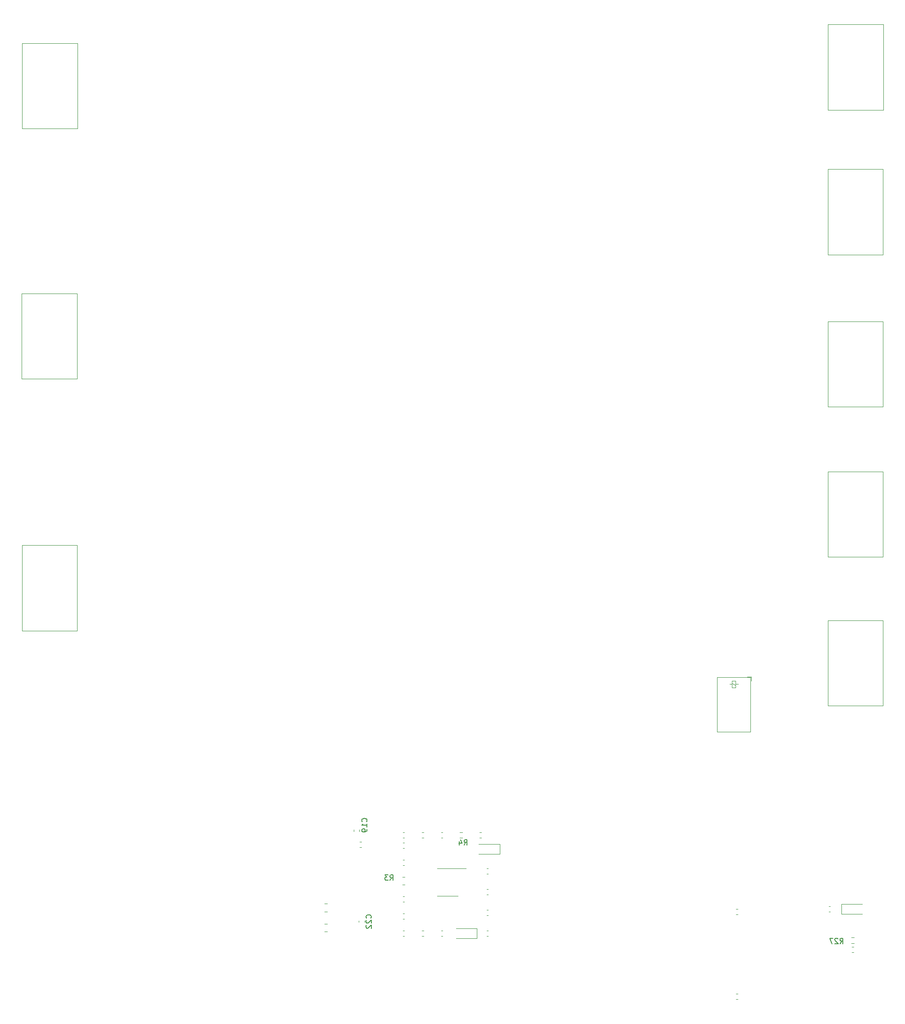
<source format=gbr>
%TF.GenerationSoftware,KiCad,Pcbnew,7.0.10*%
%TF.CreationDate,2024-02-14T22:06:42+09:00*%
%TF.ProjectId,crimping_machine,6372696d-7069-46e6-975f-6d616368696e,rev?*%
%TF.SameCoordinates,Original*%
%TF.FileFunction,Legend,Bot*%
%TF.FilePolarity,Positive*%
%FSLAX46Y46*%
G04 Gerber Fmt 4.6, Leading zero omitted, Abs format (unit mm)*
G04 Created by KiCad (PCBNEW 7.0.10) date 2024-02-14 22:06:42*
%MOMM*%
%LPD*%
G01*
G04 APERTURE LIST*
%ADD10C,0.150000*%
%ADD11C,0.100000*%
%ADD12C,0.120000*%
G04 APERTURE END LIST*
D10*
X-364417142Y-102844819D02*
X-364083809Y-102368628D01*
X-363845714Y-102844819D02*
X-363845714Y-101844819D01*
X-363845714Y-101844819D02*
X-364226666Y-101844819D01*
X-364226666Y-101844819D02*
X-364321904Y-101892438D01*
X-364321904Y-101892438D02*
X-364369523Y-101940057D01*
X-364369523Y-101940057D02*
X-364417142Y-102035295D01*
X-364417142Y-102035295D02*
X-364417142Y-102178152D01*
X-364417142Y-102178152D02*
X-364369523Y-102273390D01*
X-364369523Y-102273390D02*
X-364321904Y-102321009D01*
X-364321904Y-102321009D02*
X-364226666Y-102368628D01*
X-364226666Y-102368628D02*
X-363845714Y-102368628D01*
X-364798095Y-101940057D02*
X-364845714Y-101892438D01*
X-364845714Y-101892438D02*
X-364940952Y-101844819D01*
X-364940952Y-101844819D02*
X-365179047Y-101844819D01*
X-365179047Y-101844819D02*
X-365274285Y-101892438D01*
X-365274285Y-101892438D02*
X-365321904Y-101940057D01*
X-365321904Y-101940057D02*
X-365369523Y-102035295D01*
X-365369523Y-102035295D02*
X-365369523Y-102130533D01*
X-365369523Y-102130533D02*
X-365321904Y-102273390D01*
X-365321904Y-102273390D02*
X-364750476Y-102844819D01*
X-364750476Y-102844819D02*
X-365369523Y-102844819D01*
X-365702857Y-101844819D02*
X-366369523Y-101844819D01*
X-366369523Y-101844819D02*
X-365940952Y-102844819D01*
X-448933333Y-90954819D02*
X-448600000Y-90478628D01*
X-448361905Y-90954819D02*
X-448361905Y-89954819D01*
X-448361905Y-89954819D02*
X-448742857Y-89954819D01*
X-448742857Y-89954819D02*
X-448838095Y-90002438D01*
X-448838095Y-90002438D02*
X-448885714Y-90050057D01*
X-448885714Y-90050057D02*
X-448933333Y-90145295D01*
X-448933333Y-90145295D02*
X-448933333Y-90288152D01*
X-448933333Y-90288152D02*
X-448885714Y-90383390D01*
X-448885714Y-90383390D02*
X-448838095Y-90431009D01*
X-448838095Y-90431009D02*
X-448742857Y-90478628D01*
X-448742857Y-90478628D02*
X-448361905Y-90478628D01*
X-449266667Y-89954819D02*
X-449885714Y-89954819D01*
X-449885714Y-89954819D02*
X-449552381Y-90335771D01*
X-449552381Y-90335771D02*
X-449695238Y-90335771D01*
X-449695238Y-90335771D02*
X-449790476Y-90383390D01*
X-449790476Y-90383390D02*
X-449838095Y-90431009D01*
X-449838095Y-90431009D02*
X-449885714Y-90526247D01*
X-449885714Y-90526247D02*
X-449885714Y-90764342D01*
X-449885714Y-90764342D02*
X-449838095Y-90859580D01*
X-449838095Y-90859580D02*
X-449790476Y-90907200D01*
X-449790476Y-90907200D02*
X-449695238Y-90954819D01*
X-449695238Y-90954819D02*
X-449409524Y-90954819D01*
X-449409524Y-90954819D02*
X-449314286Y-90907200D01*
X-449314286Y-90907200D02*
X-449266667Y-90859580D01*
X-453340419Y-79957142D02*
X-453292800Y-79909523D01*
X-453292800Y-79909523D02*
X-453245180Y-79766666D01*
X-453245180Y-79766666D02*
X-453245180Y-79671428D01*
X-453245180Y-79671428D02*
X-453292800Y-79528571D01*
X-453292800Y-79528571D02*
X-453388038Y-79433333D01*
X-453388038Y-79433333D02*
X-453483276Y-79385714D01*
X-453483276Y-79385714D02*
X-453673752Y-79338095D01*
X-453673752Y-79338095D02*
X-453816609Y-79338095D01*
X-453816609Y-79338095D02*
X-454007085Y-79385714D01*
X-454007085Y-79385714D02*
X-454102323Y-79433333D01*
X-454102323Y-79433333D02*
X-454197561Y-79528571D01*
X-454197561Y-79528571D02*
X-454245180Y-79671428D01*
X-454245180Y-79671428D02*
X-454245180Y-79766666D01*
X-454245180Y-79766666D02*
X-454197561Y-79909523D01*
X-454197561Y-79909523D02*
X-454149942Y-79957142D01*
X-453245180Y-80909523D02*
X-453245180Y-80338095D01*
X-453245180Y-80623809D02*
X-454245180Y-80623809D01*
X-454245180Y-80623809D02*
X-454102323Y-80528571D01*
X-454102323Y-80528571D02*
X-454007085Y-80433333D01*
X-454007085Y-80433333D02*
X-453959466Y-80338095D01*
X-453245180Y-81385714D02*
X-453245180Y-81576190D01*
X-453245180Y-81576190D02*
X-453292800Y-81671428D01*
X-453292800Y-81671428D02*
X-453340419Y-81719047D01*
X-453340419Y-81719047D02*
X-453483276Y-81814285D01*
X-453483276Y-81814285D02*
X-453673752Y-81861904D01*
X-453673752Y-81861904D02*
X-454054704Y-81861904D01*
X-454054704Y-81861904D02*
X-454149942Y-81814285D01*
X-454149942Y-81814285D02*
X-454197561Y-81766666D01*
X-454197561Y-81766666D02*
X-454245180Y-81671428D01*
X-454245180Y-81671428D02*
X-454245180Y-81480952D01*
X-454245180Y-81480952D02*
X-454197561Y-81385714D01*
X-454197561Y-81385714D02*
X-454149942Y-81338095D01*
X-454149942Y-81338095D02*
X-454054704Y-81290476D01*
X-454054704Y-81290476D02*
X-453816609Y-81290476D01*
X-453816609Y-81290476D02*
X-453721371Y-81338095D01*
X-453721371Y-81338095D02*
X-453673752Y-81385714D01*
X-453673752Y-81385714D02*
X-453626133Y-81480952D01*
X-453626133Y-81480952D02*
X-453626133Y-81671428D01*
X-453626133Y-81671428D02*
X-453673752Y-81766666D01*
X-453673752Y-81766666D02*
X-453721371Y-81814285D01*
X-453721371Y-81814285D02*
X-453816609Y-81861904D01*
X-452540419Y-98057142D02*
X-452492800Y-98009523D01*
X-452492800Y-98009523D02*
X-452445180Y-97866666D01*
X-452445180Y-97866666D02*
X-452445180Y-97771428D01*
X-452445180Y-97771428D02*
X-452492800Y-97628571D01*
X-452492800Y-97628571D02*
X-452588038Y-97533333D01*
X-452588038Y-97533333D02*
X-452683276Y-97485714D01*
X-452683276Y-97485714D02*
X-452873752Y-97438095D01*
X-452873752Y-97438095D02*
X-453016609Y-97438095D01*
X-453016609Y-97438095D02*
X-453207085Y-97485714D01*
X-453207085Y-97485714D02*
X-453302323Y-97533333D01*
X-453302323Y-97533333D02*
X-453397561Y-97628571D01*
X-453397561Y-97628571D02*
X-453445180Y-97771428D01*
X-453445180Y-97771428D02*
X-453445180Y-97866666D01*
X-453445180Y-97866666D02*
X-453397561Y-98009523D01*
X-453397561Y-98009523D02*
X-453349942Y-98057142D01*
X-453349942Y-98438095D02*
X-453397561Y-98485714D01*
X-453397561Y-98485714D02*
X-453445180Y-98580952D01*
X-453445180Y-98580952D02*
X-453445180Y-98819047D01*
X-453445180Y-98819047D02*
X-453397561Y-98914285D01*
X-453397561Y-98914285D02*
X-453349942Y-98961904D01*
X-453349942Y-98961904D02*
X-453254704Y-99009523D01*
X-453254704Y-99009523D02*
X-453159466Y-99009523D01*
X-453159466Y-99009523D02*
X-453016609Y-98961904D01*
X-453016609Y-98961904D02*
X-452445180Y-98390476D01*
X-452445180Y-98390476D02*
X-452445180Y-99009523D01*
X-453349942Y-99390476D02*
X-453397561Y-99438095D01*
X-453397561Y-99438095D02*
X-453445180Y-99533333D01*
X-453445180Y-99533333D02*
X-453445180Y-99771428D01*
X-453445180Y-99771428D02*
X-453397561Y-99866666D01*
X-453397561Y-99866666D02*
X-453349942Y-99914285D01*
X-453349942Y-99914285D02*
X-453254704Y-99961904D01*
X-453254704Y-99961904D02*
X-453159466Y-99961904D01*
X-453159466Y-99961904D02*
X-453016609Y-99914285D01*
X-453016609Y-99914285D02*
X-452445180Y-99342857D01*
X-452445180Y-99342857D02*
X-452445180Y-99961904D01*
X-435033333Y-84333219D02*
X-434700000Y-83857028D01*
X-434461905Y-84333219D02*
X-434461905Y-83333219D01*
X-434461905Y-83333219D02*
X-434842857Y-83333219D01*
X-434842857Y-83333219D02*
X-434938095Y-83380838D01*
X-434938095Y-83380838D02*
X-434985714Y-83428457D01*
X-434985714Y-83428457D02*
X-435033333Y-83523695D01*
X-435033333Y-83523695D02*
X-435033333Y-83666552D01*
X-435033333Y-83666552D02*
X-434985714Y-83761790D01*
X-434985714Y-83761790D02*
X-434938095Y-83809409D01*
X-434938095Y-83809409D02*
X-434842857Y-83857028D01*
X-434842857Y-83857028D02*
X-434461905Y-83857028D01*
X-435890476Y-83666552D02*
X-435890476Y-84333219D01*
X-435652381Y-83285600D02*
X-435414286Y-83999885D01*
X-435414286Y-83999885D02*
X-436033333Y-83999885D01*
D11*
%TO.C,J38*%
X-366706000Y13984000D02*
X-356306000Y13984000D01*
X-356306000Y13984000D02*
X-356306000Y-2046000D01*
X-356306000Y-2046000D02*
X-366706000Y-2046000D01*
X-366706000Y-2046000D02*
X-366706000Y13984000D01*
D12*
%TO.C,R27*%
X-362267224Y-101727500D02*
X-361757776Y-101727500D01*
X-362267224Y-102772500D02*
X-361757776Y-102772500D01*
%TO.C,R3*%
X-446606664Y-90309440D02*
X-446152536Y-90309440D01*
X-446606664Y-91779440D02*
X-446152536Y-91779440D01*
D11*
%TO.C,J45*%
X-507650000Y50180000D02*
X-518050000Y50180000D01*
X-518050000Y50180000D02*
X-518050000Y66210000D01*
X-518050000Y66210000D02*
X-507650000Y66210000D01*
X-507650000Y66210000D02*
X-507650000Y50180000D01*
D12*
%TO.C,C21*%
X-446233333Y-98194680D02*
X-446525867Y-98194680D01*
X-446233333Y-97174680D02*
X-446525867Y-97174680D01*
%TO.C,C20*%
X-454601967Y-83767200D02*
X-454309433Y-83767200D01*
X-454601967Y-84787200D02*
X-454309433Y-84787200D01*
%TO.C,C18*%
X-439019733Y-83009200D02*
X-439312267Y-83009200D01*
X-439019733Y-81989200D02*
X-439312267Y-81989200D01*
D11*
%TO.C,J37*%
X-366706000Y42559000D02*
X-356306000Y42559000D01*
X-356306000Y42559000D02*
X-356306000Y26529000D01*
X-356306000Y26529000D02*
X-366706000Y26529000D01*
X-366706000Y26529000D02*
X-366706000Y42559000D01*
D12*
%TO.C,C9*%
X-442632583Y-101404801D02*
X-442925117Y-101404801D01*
X-442632583Y-100384801D02*
X-442925117Y-100384801D01*
%TO.C,C12*%
X-460701248Y-96835000D02*
X-461223752Y-96835000D01*
X-460701248Y-95365000D02*
X-461223752Y-95365000D01*
%TO.C,C25*%
X-432617350Y-101829801D02*
X-436527350Y-101829801D01*
X-432617350Y-99959801D02*
X-432617350Y-101829801D01*
X-436527350Y-99959801D02*
X-432617350Y-99959801D01*
%TO.C,C4*%
X-430485333Y-97533600D02*
X-430777867Y-97533600D01*
X-430485333Y-96513600D02*
X-430777867Y-96513600D01*
%TO.C,C63*%
X-362158767Y-103490000D02*
X-361866233Y-103490000D01*
X-362158767Y-104510000D02*
X-361866233Y-104510000D01*
%TO.C,C65*%
X-366206233Y-96880000D02*
X-366498767Y-96880000D01*
X-366206233Y-95860000D02*
X-366498767Y-95860000D01*
%TO.C,C2*%
X-442626533Y-82958400D02*
X-442919067Y-82958400D01*
X-442626533Y-81938400D02*
X-442919067Y-81938400D01*
D11*
%TO.C,J40*%
X-366700000Y-42137000D02*
X-356300000Y-42137000D01*
X-356300000Y-42137000D02*
X-356300000Y-58167000D01*
X-356300000Y-58167000D02*
X-366700000Y-58167000D01*
X-366700000Y-58167000D02*
X-366700000Y-42137000D01*
D12*
%TO.C,C1*%
X-446233333Y-84914200D02*
X-446525867Y-84914200D01*
X-446233333Y-83894200D02*
X-446525867Y-83894200D01*
%TO.C,U3*%
X-438088000Y-93873000D02*
X-436138000Y-93873000D01*
X-438088000Y-93873000D02*
X-440038000Y-93873000D01*
X-438088000Y-88753000D02*
X-434638000Y-88753000D01*
X-438088000Y-88753000D02*
X-440038000Y-88753000D01*
%TO.C,C10*%
X-446233333Y-101404801D02*
X-446525867Y-101404801D01*
X-446233333Y-100384801D02*
X-446525867Y-100384801D01*
%TO.C,C64*%
X-364110000Y-95435000D02*
X-360200000Y-95435000D01*
X-364110000Y-97305000D02*
X-364110000Y-95435000D01*
X-360200000Y-97305000D02*
X-364110000Y-97305000D01*
%TO.C,C13*%
X-460701248Y-100635000D02*
X-461223752Y-100635000D01*
X-460701248Y-99165000D02*
X-461223752Y-99165000D01*
D11*
%TO.C,J36*%
X-366642000Y69737000D02*
X-356242000Y69737000D01*
X-356242000Y69737000D02*
X-356242000Y53707000D01*
X-356242000Y53707000D02*
X-366642000Y53707000D01*
X-366642000Y53707000D02*
X-366642000Y69737000D01*
%TO.C,J39*%
X-366706000Y-14210000D02*
X-356306000Y-14210000D01*
X-356306000Y-14210000D02*
X-356306000Y-30240000D01*
X-356306000Y-30240000D02*
X-366706000Y-30240000D01*
X-366706000Y-30240000D02*
X-366706000Y-14210000D01*
D12*
%TO.C,U36*%
X-381100000Y-53550000D02*
X-381100000Y-52750000D01*
X-381100000Y-52750000D02*
X-381800000Y-52750000D01*
X-381200000Y-63050000D02*
X-381200000Y-52850000D01*
X-381200000Y-52850000D02*
X-387500000Y-52850000D01*
X-384000000Y-54750000D02*
X-384700000Y-54750000D01*
X-384000000Y-54350000D02*
X-384700000Y-53950000D01*
X-384000000Y-54150000D02*
X-383500000Y-54150000D01*
X-384000000Y-53550000D02*
X-384000000Y-54750000D01*
X-384700000Y-54750000D02*
X-384700000Y-53550000D01*
X-384700000Y-54150000D02*
X-385100000Y-54150000D01*
X-384700000Y-53550000D02*
X-384000000Y-53550000D01*
X-387500000Y-63050000D02*
X-381200000Y-63050000D01*
X-387500000Y-52850000D02*
X-387500000Y-63050000D01*
%TO.C,C7*%
X-430485333Y-93662400D02*
X-430777867Y-93662400D01*
X-430485333Y-92642400D02*
X-430777867Y-92642400D01*
D11*
%TO.C,J42*%
X-507689000Y-44083000D02*
X-518089000Y-44083000D01*
X-518089000Y-44083000D02*
X-518089000Y-28053000D01*
X-518089000Y-28053000D02*
X-507689000Y-28053000D01*
X-507689000Y-28053000D02*
X-507689000Y-44083000D01*
D12*
%TO.C,C19*%
X-455727700Y-81781867D02*
X-455727700Y-81489333D01*
X-454707700Y-81781867D02*
X-454707700Y-81489333D01*
%TO.C,C6*%
X-446233333Y-82958400D02*
X-446525867Y-82958400D01*
X-446233333Y-81938400D02*
X-446525867Y-81938400D01*
%TO.C,C3*%
X-446525867Y-93964560D02*
X-446233333Y-93964560D01*
X-446525867Y-94984560D02*
X-446233333Y-94984560D01*
%TO.C,C14*%
X-431806133Y-82958400D02*
X-432098667Y-82958400D01*
X-431806133Y-81938400D02*
X-432098667Y-81938400D01*
%TO.C,C8*%
X-446233333Y-88124320D02*
X-446525867Y-88124320D01*
X-446233333Y-87104320D02*
X-446525867Y-87104320D01*
%TO.C,C22*%
X-453743600Y-98559233D02*
X-453743600Y-98851767D01*
X-454763600Y-98559233D02*
X-454763600Y-98851767D01*
%TO.C,C11*%
X-439031833Y-101404801D02*
X-439324367Y-101404801D01*
X-439031833Y-100384801D02*
X-439324367Y-100384801D01*
%TO.C,C5*%
X-430485333Y-89791200D02*
X-430777867Y-89791200D01*
X-430485333Y-88771200D02*
X-430777867Y-88771200D01*
%TO.C,C67*%
X-383616233Y-113310000D02*
X-383908767Y-113310000D01*
X-383616233Y-112290000D02*
X-383908767Y-112290000D01*
%TO.C,C66*%
X-383616233Y-97360000D02*
X-383908767Y-97360000D01*
X-383616233Y-96340000D02*
X-383908767Y-96340000D01*
%TO.C,C26*%
X-428344100Y-86025000D02*
X-432254100Y-86025000D01*
X-428344100Y-84155000D02*
X-428344100Y-86025000D01*
X-432254100Y-84155000D02*
X-428344100Y-84155000D01*
%TO.C,R4*%
X-435813924Y-81925900D02*
X-435304476Y-81925900D01*
X-435813924Y-82970900D02*
X-435304476Y-82970900D01*
D11*
%TO.C,J43*%
X-507700000Y3190000D02*
X-518100000Y3190000D01*
X-518100000Y3190000D02*
X-518100000Y19220000D01*
X-518100000Y19220000D02*
X-507700000Y19220000D01*
X-507700000Y19220000D02*
X-507700000Y3190000D01*
D12*
%TO.C,C17*%
X-430485333Y-101404801D02*
X-430777867Y-101404801D01*
X-430485333Y-100384801D02*
X-430777867Y-100384801D01*
%TD*%
M02*

</source>
